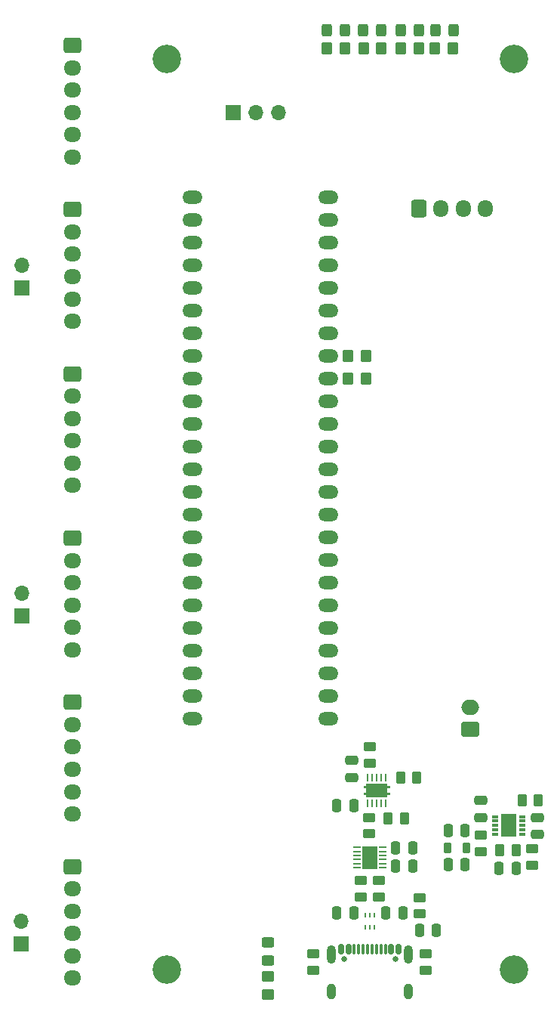
<source format=gbr>
%TF.GenerationSoftware,KiCad,Pcbnew,8.0.8*%
%TF.CreationDate,2025-03-09T10:35:25-07:00*%
%TF.ProjectId,ground-receiver,67726f75-6e64-42d7-9265-636569766572,rev?*%
%TF.SameCoordinates,Original*%
%TF.FileFunction,Soldermask,Top*%
%TF.FilePolarity,Negative*%
%FSLAX46Y46*%
G04 Gerber Fmt 4.6, Leading zero omitted, Abs format (unit mm)*
G04 Created by KiCad (PCBNEW 8.0.8) date 2025-03-09 10:35:25*
%MOMM*%
%LPD*%
G01*
G04 APERTURE LIST*
G04 Aperture macros list*
%AMRoundRect*
0 Rectangle with rounded corners*
0 $1 Rounding radius*
0 $2 $3 $4 $5 $6 $7 $8 $9 X,Y pos of 4 corners*
0 Add a 4 corners polygon primitive as box body*
4,1,4,$2,$3,$4,$5,$6,$7,$8,$9,$2,$3,0*
0 Add four circle primitives for the rounded corners*
1,1,$1+$1,$2,$3*
1,1,$1+$1,$4,$5*
1,1,$1+$1,$6,$7*
1,1,$1+$1,$8,$9*
0 Add four rect primitives between the rounded corners*
20,1,$1+$1,$2,$3,$4,$5,0*
20,1,$1+$1,$4,$5,$6,$7,0*
20,1,$1+$1,$6,$7,$8,$9,0*
20,1,$1+$1,$8,$9,$2,$3,0*%
G04 Aperture macros list end*
%ADD10C,0.000000*%
%ADD11RoundRect,0.250000X0.262500X0.450000X-0.262500X0.450000X-0.262500X-0.450000X0.262500X-0.450000X0*%
%ADD12RoundRect,0.250000X-0.600000X-0.725000X0.600000X-0.725000X0.600000X0.725000X-0.600000X0.725000X0*%
%ADD13O,1.700000X1.950000*%
%ADD14RoundRect,0.250000X-0.350000X-0.450000X0.350000X-0.450000X0.350000X0.450000X-0.350000X0.450000X0*%
%ADD15RoundRect,0.250000X-0.450000X0.262500X-0.450000X-0.262500X0.450000X-0.262500X0.450000X0.262500X0*%
%ADD16RoundRect,0.250000X0.250000X0.475000X-0.250000X0.475000X-0.250000X-0.475000X0.250000X-0.475000X0*%
%ADD17C,3.200000*%
%ADD18RoundRect,0.250000X-0.250000X-0.475000X0.250000X-0.475000X0.250000X0.475000X-0.250000X0.475000X0*%
%ADD19RoundRect,0.250000X0.450000X-0.262500X0.450000X0.262500X-0.450000X0.262500X-0.450000X-0.262500X0*%
%ADD20RoundRect,0.250000X0.475000X-0.250000X0.475000X0.250000X-0.475000X0.250000X-0.475000X-0.250000X0*%
%ADD21O,2.250000X1.500000*%
%ADD22RoundRect,0.250000X-0.725000X0.600000X-0.725000X-0.600000X0.725000X-0.600000X0.725000X0.600000X0*%
%ADD23O,1.950000X1.700000*%
%ADD24RoundRect,0.250000X0.450000X-0.325000X0.450000X0.325000X-0.450000X0.325000X-0.450000X-0.325000X0*%
%ADD25RoundRect,0.250000X-0.475000X0.250000X-0.475000X-0.250000X0.475000X-0.250000X0.475000X0.250000X0*%
%ADD26RoundRect,0.250000X0.750000X-0.600000X0.750000X0.600000X-0.750000X0.600000X-0.750000X-0.600000X0*%
%ADD27O,2.000000X1.700000*%
%ADD28RoundRect,0.250000X-0.325000X-0.450000X0.325000X-0.450000X0.325000X0.450000X-0.325000X0.450000X0*%
%ADD29R,1.700000X1.700000*%
%ADD30O,1.700000X1.700000*%
%ADD31R,0.279400X0.584200*%
%ADD32RoundRect,0.250000X0.350000X0.450000X-0.350000X0.450000X-0.350000X-0.450000X0.350000X-0.450000X0*%
%ADD33RoundRect,0.250000X-0.262500X-0.450000X0.262500X-0.450000X0.262500X0.450000X-0.262500X0.450000X0*%
%ADD34R,0.800000X0.300000*%
%ADD35R,1.750000X2.500000*%
%ADD36RoundRect,0.218750X0.218750X0.381250X-0.218750X0.381250X-0.218750X-0.381250X0.218750X-0.381250X0*%
%ADD37RoundRect,0.050000X0.350000X0.050000X-0.350000X0.050000X-0.350000X-0.050000X0.350000X-0.050000X0*%
%ADD38R,1.700000X2.500000*%
%ADD39C,0.650000*%
%ADD40RoundRect,0.150000X-0.150000X-0.425000X0.150000X-0.425000X0.150000X0.425000X-0.150000X0.425000X0*%
%ADD41RoundRect,0.075000X-0.075000X-0.500000X0.075000X-0.500000X0.075000X0.500000X-0.075000X0.500000X0*%
%ADD42O,1.000000X2.100000*%
%ADD43O,1.000000X1.800000*%
%ADD44R,0.254000X0.812800*%
%ADD45R,2.400000X1.650000*%
%ADD46RoundRect,0.250000X-0.450000X0.350000X-0.450000X-0.350000X0.450000X-0.350000X0.450000X0.350000X0*%
G04 APERTURE END LIST*
D10*
%TO.C,U6*%
G36*
X149400252Y-149702137D02*
G01*
X149100252Y-149702137D01*
X149100252Y-149452137D01*
X149400252Y-149452137D01*
X149400252Y-149702137D01*
G37*
G36*
X149400252Y-149702137D02*
G01*
X149100252Y-149702137D01*
X149100252Y-149452137D01*
X149400252Y-149452137D01*
X149400252Y-149702137D01*
G37*
G36*
X149400252Y-150452263D02*
G01*
X149100252Y-150452263D01*
X149100252Y-150202263D01*
X149400252Y-150202263D01*
X149400252Y-150452263D01*
G37*
G36*
X149400252Y-150452263D02*
G01*
X149100252Y-150452263D01*
X149100252Y-150202263D01*
X149400252Y-150202263D01*
X149400252Y-150452263D01*
G37*
G36*
X152100252Y-149702137D02*
G01*
X151800252Y-149702137D01*
X151800252Y-149452137D01*
X152100252Y-149452137D01*
X152100252Y-149702137D01*
G37*
G36*
X152100252Y-149702137D02*
G01*
X151800252Y-149702137D01*
X151800252Y-149452137D01*
X152100252Y-149452137D01*
X152100252Y-149702137D01*
G37*
G36*
X152100252Y-150452263D02*
G01*
X151800252Y-150452263D01*
X151800252Y-150202263D01*
X152100252Y-150202263D01*
X152100252Y-150452263D01*
G37*
G36*
X152100252Y-150452263D02*
G01*
X151800252Y-150452263D01*
X151800252Y-150202263D01*
X152100252Y-150202263D01*
X152100252Y-150452263D01*
G37*
%TD*%
D11*
%TO.C,R8*%
X168725000Y-151100000D03*
X166900000Y-151100000D03*
%TD*%
D12*
%TO.C,J13*%
X155300000Y-84800000D03*
D13*
X157800000Y-84800000D03*
X160300000Y-84800000D03*
X162800000Y-84800000D03*
%TD*%
D14*
%TO.C,R7*%
X153300000Y-66800000D03*
X155300000Y-66800000D03*
%TD*%
D15*
%TO.C,R3*%
X162300000Y-154975000D03*
X162300000Y-156800000D03*
%TD*%
D16*
%TO.C,C3*%
X160500000Y-154500000D03*
X158600000Y-154500000D03*
%TD*%
D15*
%TO.C,R10*%
X150800000Y-160075000D03*
X150800000Y-161900000D03*
%TD*%
D16*
%TO.C,C9*%
X153500000Y-163700000D03*
X151600000Y-163700000D03*
%TD*%
D17*
%TO.C,H3*%
X127000000Y-170000000D03*
%TD*%
D11*
%TO.C,R2*%
X166200000Y-156700000D03*
X164375000Y-156700000D03*
%TD*%
D18*
%TO.C,C2*%
X158600000Y-158300000D03*
X160500000Y-158300000D03*
%TD*%
D15*
%TO.C,R11*%
X143500000Y-168275000D03*
X143500000Y-170100000D03*
%TD*%
D16*
%TO.C,C8*%
X154600000Y-158400000D03*
X152700000Y-158400000D03*
%TD*%
D19*
%TO.C,R1*%
X168000000Y-158325000D03*
X168000000Y-156500000D03*
%TD*%
D20*
%TO.C,C4*%
X162300000Y-153000000D03*
X162300000Y-151100000D03*
%TD*%
D21*
%TO.C,Teensy4.1*%
X129880000Y-86025000D03*
X129880000Y-88565000D03*
X129880000Y-91105000D03*
X129880000Y-93645000D03*
X129880000Y-119045000D03*
X145120000Y-88565000D03*
X129880000Y-96185000D03*
X129880000Y-98725000D03*
X145120000Y-83485000D03*
X129880000Y-101265000D03*
X129880000Y-103805000D03*
X129880000Y-106345000D03*
X129880000Y-108885000D03*
X129880000Y-111425000D03*
X129880000Y-113965000D03*
X129880000Y-116505000D03*
X145120000Y-116505000D03*
X145120000Y-113965000D03*
X145120000Y-111425000D03*
X145120000Y-108885000D03*
X145120000Y-106345000D03*
X145120000Y-103805000D03*
X145120000Y-101265000D03*
X145120000Y-98725000D03*
X145120000Y-96185000D03*
X145120000Y-93645000D03*
X145120000Y-91105000D03*
X129880000Y-121585000D03*
X129880000Y-124125000D03*
X129880000Y-126665000D03*
X129880000Y-129205000D03*
X129880000Y-131745000D03*
X129880000Y-134285000D03*
X129880000Y-136825000D03*
X129880000Y-139365000D03*
X129880000Y-141905000D03*
X145120000Y-141905000D03*
X145120000Y-139365000D03*
X145120000Y-136825000D03*
X145120000Y-134285000D03*
X145120000Y-131745000D03*
X145120000Y-129205000D03*
X145120000Y-126665000D03*
X145120000Y-124125000D03*
X145120000Y-121585000D03*
X129880000Y-83485000D03*
X145120000Y-86025000D03*
X145120000Y-119045000D03*
%TD*%
D18*
%TO.C,C10*%
X146100000Y-163700000D03*
X148000000Y-163700000D03*
%TD*%
D14*
%TO.C,R5*%
X149125000Y-66800000D03*
X151125000Y-66800000D03*
%TD*%
D22*
%TO.C,J9*%
X116465000Y-103300000D03*
D23*
X116465000Y-105800000D03*
X116465000Y-108300000D03*
X116465000Y-110800000D03*
X116465000Y-113300000D03*
X116465000Y-115800000D03*
%TD*%
D19*
%TO.C,R14*%
X149700000Y-154812500D03*
X149700000Y-152987500D03*
%TD*%
D15*
%TO.C,R9*%
X148800000Y-160075000D03*
X148800000Y-161900000D03*
%TD*%
D24*
%TO.C,VBus1*%
X138400000Y-169050000D03*
X138400000Y-167000000D03*
%TD*%
D25*
%TO.C,CIN1*%
X168575000Y-153000000D03*
X168575000Y-154900000D03*
%TD*%
D26*
%TO.C,J3*%
X161050000Y-143150000D03*
D27*
X161050000Y-140650000D03*
%TD*%
D28*
%TO.C,BSTAT1*%
X157173800Y-64823800D03*
X159223800Y-64823800D03*
%TD*%
D29*
%TO.C,J1*%
X134460000Y-74000000D03*
D30*
X137000000Y-74000000D03*
X139540000Y-74000000D03*
%TD*%
D22*
%TO.C,J4*%
X116465000Y-158500000D03*
D23*
X116465000Y-161000000D03*
X116465000Y-163500000D03*
X116465000Y-166000000D03*
X116465000Y-168500000D03*
X116465000Y-171000000D03*
%TD*%
D22*
%TO.C,J7*%
X116465000Y-121700000D03*
D23*
X116465000Y-124200000D03*
X116465000Y-126700000D03*
X116465000Y-129200000D03*
X116465000Y-131700000D03*
X116465000Y-134200000D03*
%TD*%
D22*
%TO.C,J10*%
X116465000Y-84900000D03*
D23*
X116465000Y-87400000D03*
X116465000Y-89900000D03*
X116465000Y-92400000D03*
X116465000Y-94900000D03*
X116465000Y-97400000D03*
%TD*%
D22*
%TO.C,J12*%
X116465000Y-66500000D03*
D23*
X116465000Y-69000000D03*
X116465000Y-71500000D03*
X116465000Y-74000000D03*
X116465000Y-76500000D03*
X116465000Y-79000000D03*
%TD*%
D29*
%TO.C,J8*%
X110765000Y-130400000D03*
D30*
X110765000Y-127860000D03*
%TD*%
D29*
%TO.C,J11*%
X110665000Y-167200000D03*
D30*
X110665000Y-164660000D03*
%TD*%
D31*
%TO.C,U5*%
X149300000Y-165300000D03*
X149799999Y-165300000D03*
X150299998Y-165300000D03*
X150299998Y-163979200D03*
X149799999Y-163979200D03*
X149300000Y-163979200D03*
%TD*%
D14*
%TO.C,R17*%
X157123800Y-66823800D03*
X159123800Y-66823800D03*
%TD*%
D28*
%TO.C,BSTAT2*%
X153250000Y-64800000D03*
X155300000Y-64800000D03*
%TD*%
D32*
%TO.C,R18*%
X149400000Y-101300000D03*
X147400000Y-101300000D03*
%TD*%
D15*
%TO.C,R12*%
X156100000Y-168300000D03*
X156100000Y-170125000D03*
%TD*%
D16*
%TO.C,C11*%
X157300000Y-165600000D03*
X155400000Y-165600000D03*
%TD*%
D25*
%TO.C,C13*%
X147800000Y-146600000D03*
X147800000Y-148500000D03*
%TD*%
D33*
%TO.C,R13*%
X151875000Y-153100000D03*
X153700000Y-153100000D03*
%TD*%
D34*
%TO.C,U1*%
X163900000Y-152900000D03*
X163900000Y-153400000D03*
X163900000Y-153900000D03*
X163900000Y-154400000D03*
X163900000Y-154900000D03*
X166900000Y-154900000D03*
X166900000Y-154400000D03*
X166900000Y-153900000D03*
X166900000Y-153400000D03*
X166900000Y-152900000D03*
D35*
X165400000Y-153900000D03*
%TD*%
D36*
%TO.C,L1*%
X160625000Y-156400000D03*
X158500000Y-156400000D03*
%TD*%
D28*
%TO.C,5V0*%
X149075000Y-64800000D03*
X151125000Y-64800000D03*
%TD*%
D16*
%TO.C,C7*%
X154600000Y-156400000D03*
X152700000Y-156400000D03*
%TD*%
D17*
%TO.C,H1*%
X166000000Y-68000000D03*
%TD*%
D22*
%TO.C,J6*%
X116465000Y-140100000D03*
D23*
X116465000Y-142600000D03*
X116465000Y-145100000D03*
X116465000Y-147600000D03*
X116465000Y-150100000D03*
X116465000Y-152600000D03*
%TD*%
D18*
%TO.C,C12*%
X146100000Y-151700000D03*
X148000000Y-151700000D03*
%TD*%
D14*
%TO.C,R4*%
X145025000Y-66800000D03*
X147025000Y-66800000D03*
%TD*%
D32*
%TO.C,R19*%
X149400000Y-103800000D03*
X147400000Y-103800000D03*
%TD*%
D29*
%TO.C,J5*%
X110765000Y-93700000D03*
D30*
X110765000Y-91160000D03*
%TD*%
D37*
%TO.C,U4*%
X151275000Y-158600000D03*
X151275000Y-158150000D03*
X151275000Y-157700000D03*
X151275000Y-157250000D03*
X151275000Y-156800000D03*
X151275000Y-156350000D03*
X148375000Y-156350000D03*
X148375000Y-156800000D03*
X148375000Y-157250000D03*
X148375000Y-157700000D03*
X148375000Y-158150000D03*
X148375000Y-158600000D03*
D38*
X149825000Y-157475000D03*
%TD*%
D28*
%TO.C,3V3*%
X144975000Y-64800000D03*
X147025000Y-64800000D03*
%TD*%
D39*
%TO.C,J2*%
X146930000Y-168820000D03*
X152710000Y-168820000D03*
D40*
X146620000Y-167745000D03*
X147420000Y-167745000D03*
D41*
X148570000Y-167745000D03*
X149570000Y-167745000D03*
X150070000Y-167745000D03*
X151070000Y-167745000D03*
D40*
X152220000Y-167745000D03*
X153020000Y-167745000D03*
X153020000Y-167745000D03*
X152220000Y-167745000D03*
D41*
X151570000Y-167745000D03*
X150570000Y-167745000D03*
X149070000Y-167745000D03*
X148070000Y-167745000D03*
D40*
X147420000Y-167745000D03*
X146620000Y-167745000D03*
D42*
X145500000Y-168320000D03*
D43*
X145500000Y-172500000D03*
D42*
X154140000Y-168320000D03*
D43*
X154140000Y-172500000D03*
%TD*%
D15*
%TO.C,FB1*%
X155400000Y-161975000D03*
X155400000Y-163800000D03*
%TD*%
D17*
%TO.C,H2*%
X166000000Y-170000000D03*
%TD*%
D44*
%TO.C,U6*%
X149600000Y-151400000D03*
X150100126Y-151400000D03*
X150600252Y-151400000D03*
X151100378Y-151400000D03*
X151600504Y-151400000D03*
X151600504Y-148504400D03*
X151100378Y-148504400D03*
X150600252Y-148504400D03*
X150100126Y-148504400D03*
X149600000Y-148504400D03*
D45*
X150600252Y-149952200D03*
%TD*%
D46*
%TO.C,R6*%
X138400000Y-170800000D03*
X138400000Y-172800000D03*
%TD*%
D17*
%TO.C,H4*%
X127000000Y-68000000D03*
%TD*%
D19*
%TO.C,R15*%
X149800000Y-146925000D03*
X149800000Y-145100000D03*
%TD*%
D33*
%TO.C,R16*%
X153275000Y-148500000D03*
X155100000Y-148500000D03*
%TD*%
D16*
%TO.C,C1*%
X166200000Y-158700000D03*
X164300000Y-158700000D03*
%TD*%
M02*

</source>
